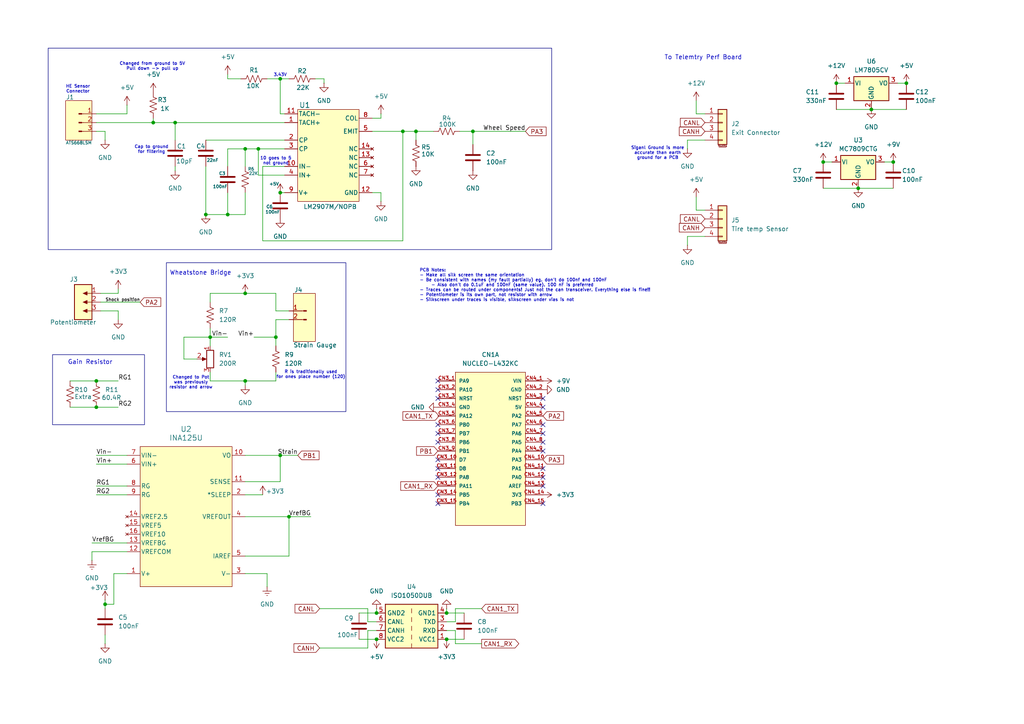
<source format=kicad_sch>
(kicad_sch (version 20231120) (generator "eeschema") (generator_version "8.0")
  (paper "A4")
  (title_block (title "Peripheral Board") (date "2025-02-23") (rev "2.10"))
  (lib_symbols
    (symbol "Conn_01x02_Pin_1" (pin_names (offset 1.016) hide)
      (property "Reference" "J4" (at 3.556 -8.636 0))
      (property "Value" "Strain Gauge" (at 3.81 7.366 0))
      (symbol "Conn_01x02_Pin_1_1_1"
        (polyline (pts (xy 1.27 -2.54) (xy 0.8636 -2.54)) (stroke (width 0.1524)))
        (polyline (pts (xy 1.27 0) (xy 0.8636 0)) (stroke (width 0.1524)))
        (rectangle (start 0.8636 -2.413) (end 0 -2.667) (stroke (width 0.1524)) (fill (type outline)))
        (rectangle (start 0.8636 0.127) (end 0 -0.127) (stroke (width 0.1524)) (fill (type outline)))
        (pin passive line (at 5.08 -2.54 180) (length 3.81) (name "Pin_2") (number "1"))
        (pin passive line (at 5.08 0 180) (length 3.81) (name "Pin_1") (number "2"))
      )
    )
    (symbol "Connector:Conn_01x03_Pin" (pin_names (offset 1.016) hide)
      (property "Reference" "J1" (at -2.54 7.366 0))
      (property "Value" "ATS668LSM" (at 1.27 -6.35 0))
      (symbol "Conn_01x03_Pin_1_1"
        (rectangle (start -3.81 6.35) (end 3.81 -5.08) (stroke (width 0) (color 132 0 0 1)) (fill (type background)))
        (polyline (pts (xy 1.27 -2.54) (xy 0.8636 -2.54)) (stroke (width 0.1524)))
        (polyline (pts (xy 1.27 0) (xy 0.8636 0)) (stroke (width 0.1524)))
        (polyline (pts (xy 1.27 2.54) (xy 0.8636 2.54)) (stroke (width 0.1524)))
        (rectangle (start 0.8636 -2.413) (end 0 -2.667) (stroke (width 0.1524)) (fill (type outline)))
        (rectangle (start 0.8636 0.127) (end 0 -0.127) (stroke (width 0.1524)) (fill (type outline)))
        (rectangle (start 0.8636 2.667) (end 0 2.413) (stroke (width 0.1524)) (fill (type outline)))
        (pin passive line (at 5.08 2.54 180) (length 3.81) (name "Pin_1") (number "1"))
        (pin passive line (at 5.08 0 180) (length 3.81) (name "Pin_2") (number "2"))
        (pin passive line (at 5.08 -2.54 180) (length 3.81) (name "Pin_3") (number "3"))
      )
    )
    (symbol "Connector_Generic_MountingPin:Conn_01x04_MountingPin" (pin_names (offset 1.016) hide)
      (property "Reference" "J2" (at 2.54 -0.3555 0))
      (property "Value" "Conn_01x04_MountingPin" (at 2.54 -2.8955 0))
      (symbol "Conn_01x04_MountingPin_1_1"
        (rectangle (start -1.27 -4.953) (end 0 -5.207) (stroke (width 0.1524)))
        (rectangle (start -1.27 -2.413) (end 0 -2.667) (stroke (width 0.1524)))
        (rectangle (start -1.27 0.127) (end 0 -0.127) (stroke (width 0.1524)))
        (rectangle (start -1.27 2.667) (end 0 2.413) (stroke (width 0.1524)))
        (rectangle (start -1.27 3.81) (end 1.27 -6.35) (stroke (width 0.254)) (fill (type background)))
        (polyline (pts (xy -1.016 -7.112) (xy 1.016 -7.112)) (stroke (width 0.1524)))
        (text "Mounting" (at 0 -6.731 0) (effects (font (size 0.381 0.381))))
        (pin passive line (at -5.08 2.54 0) (length 3.81) (name "Pin_1") (number "1"))
        (pin passive line (at -5.08 0 0) (length 3.81) (name "Pin_2") (number "2"))
        (pin passive line (at -5.08 -2.54 0) (length 3.81) (name "Pin_3") (number "3"))
        (pin passive line (at -5.08 -5.08 0) (length 3.81) (name "Pin_4") (number "4"))
      )
    )
    (symbol "Device:C" (pin_numbers hide) (pin_names (offset 0.254))
      (property "Reference" "C" (at 0.635 2.54 0))
      (property "Value" "C" (at 0.635 -2.54 0))
      (symbol "C_0_1"
        (polyline (pts (xy -2.032 -0.762) (xy 2.032 -0.762)) (stroke (width 0.508)))
        (polyline (pts (xy -2.032 0.762) (xy 2.032 0.762)) (stroke (width 0.508)))
      )
      (symbol "C_1_1"
        (pin passive line (at 0 3.81 270) (length 2.794) (name "~") (number "1"))
        (pin passive line (at 0 -3.81 90) (length 2.794) (name "~") (number "2"))
      )
    )
    (symbol "Device:R_Potentiometer" (pin_names (offset 1.016) hide)
      (property "Reference" "J3" (at -2.794 7.874 0))
      (property "Value" "R_Potentiometer" (at 2.54 -4.572 0))
      (symbol "R_Potentiometer_0_1"
        (polyline (pts (xy -1.27 -1.27) (xy -0.127 -0.762) (xy -0.127 -1.778) (xy -1.27 -1.27)) (fill (type outline)))
        (polyline (pts (xy -1.27 1.27) (xy -0.127 1.778) (xy -0.127 0.762) (xy -1.27 1.27)) (fill (type outline)))
        (polyline (pts (xy -1.27 3.81) (xy -0.127 4.318) (xy -0.127 3.302) (xy -1.27 3.81)) (fill (type outline)))
      )
      (symbol "R_Potentiometer_1_1"
        (rectangle (start -3.81 6.35) (end 1.27 -3.81) (stroke (width 0.254)) (fill (type background)))
        (pin passive line (at 3.81 3.81 180) (length 3.81) (name "1") (number "1"))
        (pin passive line (at 3.81 1.27 180) (length 3.81) (name "2") (number "2"))
        (pin passive line (at 3.81 -1.27 180) (length 3.81) (name "3") (number "3"))
      )
    )
    (symbol "Device:R_US" (pin_numbers hide) (pin_names (offset 0))
      (property "Reference" "R" (at 2.54 0 90))
      (property "Value" "R_US" (at -2.54 0 90))
      (symbol "R_US_0_1"
        (polyline (pts (xy 0 -2.286) (xy 0 -2.54)))
        (polyline (pts (xy 0 2.286) (xy 0 2.54)))
        (polyline (pts (xy 0 -0.762) (xy 1.016 -1.143) (xy 0 -1.524) (xy -1.016 -1.905) (xy 0 -2.286)))
        (polyline (pts (xy 0 0.762) (xy 1.016 0.381) (xy 0 0) (xy -1.016 -0.381) (xy 0 -0.762)))
        (polyline (pts (xy 0 2.286) (xy 1.016 1.905) (xy 0 1.524) (xy -1.016 1.143) (xy 0 0.762)))
      )
      (symbol "R_US_1_1"
        (pin passive line (at 0 3.81 270) (length 1.27) (name "~") (number "1"))
        (pin passive line (at 0 -3.81 90) (length 1.27) (name "~") (number "2"))
      )
    )
    (symbol "FS3_Global_Symbol_Library:NUCLEO-L432KC" (pin_names (offset 1.016))
      (property "Reference" "CN" (at 7.62 18.288 0))
      (property "Value" "NUCLEO-L432KC" (at -7.62 -25.4 0))
      (symbol "NUCLEO-L432KC_1_0"
        (rectangle (start -10.16 17.78) (end 10.16 -26.67) (stroke (width 0.1524)) (fill (type background)))
        (pin bidirectional line (at -15.24 15.24 0) (length 5.08) (name "PA9") (number "CN3_1"))
        (pin bidirectional line (at -15.24 -12.7 0) (length 5.08) (name "PA8") (number "CN3_12"))
        (pin bidirectional line (at -15.24 -15.24 0) (length 5.08) (name "PA11") (number "CN3_13"))
        (pin bidirectional line (at -15.24 -17.78 0) (length 5.08) (name "PB5") (number "CN3_14"))
        (pin bidirectional line (at -15.24 -20.32 0) (length 5.08) (name "PB4") (number "CN3_15"))
        (pin bidirectional line (at -15.24 12.7 0) (length 5.08) (name "PA10") (number "CN3_2"))
        (pin bidirectional line (at -15.24 5.08 0) (length 5.08) (name "PA12") (number "CN3_5"))
        (pin bidirectional line (at -15.24 2.54 0) (length 5.08) (name "PB0") (number "CN3_6"))
        (pin bidirectional line (at -15.24 0 0) (length 5.08) (name "PB7") (number "CN3_7"))
        (pin bidirectional line (at -15.24 -2.54 0) (length 5.08) (name "PB6") (number "CN3_8"))
        (pin bidirectional line (at -15.24 -5.08 0) (length 5.08) (name "PB1") (number "CN3_9"))
      )
      (symbol "NUCLEO-L432KC_1_1"
        (pin bidirectional line (at -15.24 -7.62 0) (length 5.08) (name "D7") (number "CN3_10"))
        (pin bidirectional line (at -15.24 -10.16 0) (length 5.08) (name "D8") (number "CN3_11"))
        (pin bidirectional line (at -15.24 10.16 0) (length 5.08) (name "NRST") (number "CN3_3"))
        (pin power_in line (at -15.24 7.62 0) (length 5.08) (name "GND") (number "CN3_4"))
        (pin power_in line (at 15.24 15.24 180) (length 5.08) (name "VIN") (number "CN4_1"))
        (pin bidirectional line (at 15.24 -7.62 180) (length 5.08) (name "PA3") (number "CN4_10"))
        (pin bidirectional line (at 15.24 -10.16 180) (length 5.08) (name "PA1") (number "CN4_11"))
        (pin bidirectional line (at 15.24 -12.7 180) (length 5.08) (name "PA0") (number "CN4_12"))
        (pin bidirectional line (at 15.24 -15.24 180) (length 5.08) (name "AREF") (number "CN4_13"))
        (pin power_out line (at 15.24 -17.78 180) (length 5.08) (name "3V3") (number "CN4_14"))
        (pin bidirectional line (at 15.24 -20.32 180) (length 5.08) (name "PB3") (number "CN4_15"))
        (pin power_in line (at 15.24 12.7 180) (length 5.08) (name "GND") (number "CN4_2"))
        (pin bidirectional line (at 15.24 10.16 180) (length 5.08) (name "NRST") (number "CN4_3"))
        (pin power_out line (at 15.24 7.62 180) (length 5.08) (name "5V") (number "CN4_4"))
        (pin bidirectional line (at 15.24 5.08 180) (length 5.08) (name "PA2") (number "CN4_5"))
        (pin bidirectional line (at 15.24 2.54 180) (length 5.08) (name "PA7") (number "CN4_6"))
        (pin bidirectional line (at 15.24 0 180) (length 5.08) (name "PA6") (number "CN4_7"))
        (pin bidirectional line (at 15.24 -2.54 180) (length 5.08) (name "PA5") (number "CN4_8"))
        (pin bidirectional line (at 15.24 -5.08 180) (length 5.08) (name "PA4") (number "CN4_9"))
      )
      (symbol "NUCLEO-L432KC_2_0"
        (rectangle (start -10.16 -17.78) (end 10.16 17.78) (stroke (width 0.1524)) (fill (type background)))
        (text "CN4" (at -10.16 18.542 0) (effects (font (size 1.778 1.778)) (justify left bottom)))
        (pin input line (at -15.24 7.62 0) (length 5.08) (name "VIN") (number "CN4_1"))
        (pin bidirectional line (at -15.24 -10.16 0) (length 5.08) (name "PA3") (number "CN4_10"))
        (pin bidirectional line (at -15.24 -5.08 0) (length 5.08) (name "PA1") (number "CN4_11"))
        (pin bidirectional line (at -15.24 -2.54 0) (length 5.08) (name "PA0") (number "CN4_12"))
        (pin bidirectional line (at 15.24 7.62 180) (length 5.08) (name "AREF") (number "CN4_13"))
        (pin power_in line (at 15.24 12.7 180) (length 5.08) (name "+3V3") (number "CN4_14"))
        (pin bidirectional line (at 15.24 2.54 180) (length 5.08) (name "PB3") (number "CN4_15"))
        (pin power_in line (at 15.24 -15.24 180) (length 5.08) (name "GND_CN4") (number "CN4_2"))
        (pin bidirectional line (at -15.24 2.54 0) (length 5.08) (name "NRST_CN4") (number "CN4_3"))
        (pin power_in line (at 15.24 15.24 180) (length 5.08) (name "+5V") (number "CN4_4"))
        (pin bidirectional line (at -15.24 -7.62 0) (length 5.08) (name "PA2") (number "CN4_5"))
        (pin bidirectional line (at 15.24 -10.16 180) (length 5.08) (name "PA7") (number "CN4_6"))
        (pin bidirectional line (at 15.24 -7.62 180) (length 5.08) (name "PA6") (number "CN4_7"))
        (pin bidirectional line (at 15.24 -5.08 180) (length 5.08) (name "PA5") (number "CN4_8"))
        (pin bidirectional line (at 15.24 -2.54 180) (length 5.08) (name "PA4") (number "CN4_9"))
      )
      (symbol "NUCLEO-L432KC_2_1"
        (pin bidirectional line (at 17.78 6.35 180) (length 5.08) (name "PA2") (number "-UB"))
      )
    )
    (symbol "FS_3_Global_Symbol_Library:LM2907M_NOPB" (pin_names (offset 0.254))
      (property "Value" "LM2907M/NOPB" (at 8.636 -5.334 0))
      (symbol "LM2907M_NOPB_1_1"
        (rectangle (start 0 22.86) (end 17.78 -3.81) (fill (type background)))
        (pin input line (at -3.81 19.05 0) (length 3.81) (name "TACH+") (number "1"))
        (pin input line (at -3.81 6.35 0) (length 3.81) (name "IN-") (number "10"))
        (pin input line (at -3.81 21.59 0) (length 3.81) (name "TACH-") (number "11"))
        (pin power_in line (at 21.59 -1.27 180) (length 3.81) (name "GND") (number "12"))
        (pin no_connect line (at 21.59 8.89 180) (length 3.81) (name "NC") (number "13"))
        (pin no_connect line (at 21.59 11.43 180) (length 3.81) (name "NC") (number "14"))
        (pin passive line (at -3.81 13.97 0) (length 3.81) (name "CP") (number "2"))
        (pin passive line (at -3.81 11.43 0) (length 3.81) (name "CP") (number "3"))
        (pin passive line (at -3.81 3.81 0) (length 3.81) (name "IN+") (number "4"))
        (pin passive line (at 21.59 16.51 180) (length 3.81) (name "EMIT") (number "5"))
        (pin no_connect line (at 21.59 6.35 180) (length 3.81) (name "NC") (number "6"))
        (pin no_connect line (at 21.59 3.81 180) (length 3.81) (name "NC") (number "7"))
        (pin passive line (at 21.59 20.32 180) (length 3.81) (name "COL") (number "8"))
        (pin power_in line (at -3.81 -1.27 0) (length 3.81) (name "V+") (number "9"))
      )
    )
    (symbol "Interface_CAN_LIN:ISO1050DUB"
      (property "Reference" "U" (at -6.35 6.35 0))
      (property "Value" "ISO1050DUB" (at 2.54 6.35 0))
      (symbol "ISO1050DUB_0_1"
        (rectangle (start -7.62 5.08) (end 7.62 -7.62) (stroke (width 0.254)) (fill (type background)))
        (polyline (pts (xy 0 -5.08) (xy 0 -6.35)))
        (polyline (pts (xy 0 -2.54) (xy 0 -3.81)))
        (polyline (pts (xy 0 0) (xy 0 -1.27)))
        (polyline (pts (xy 0 2.54) (xy 0 1.27)))
        (polyline (pts (xy 0 5.08) (xy 0 3.81)))
      )
      (symbol "ISO1050DUB_1_1"
        (pin power_in line (at -10.16 2.54 0) (length 2.54) (name "VCC1") (number "1"))
        (pin output line (at -10.16 0 0) (length 2.54) (name "RXD") (number "2"))
        (pin input line (at -10.16 -2.54 0) (length 2.54) (name "TXD") (number "3"))
        (pin power_in line (at -10.16 -5.08 0) (length 2.54) (name "GND1") (number "4"))
        (pin power_in line (at 10.16 -5.08 180) (length 2.54) (name "GND2") (number "5"))
        (pin bidirectional line (at 10.16 -2.54 180) (length 2.54) (name "CANL") (number "6"))
        (pin bidirectional line (at 10.16 0 180) (length 2.54) (name "CANH") (number "7"))
        (pin power_in line (at 10.16 2.54 180) (length 2.54) (name "VCC2") (number "8"))
      )
    )
    (symbol "New_Library:INA125U" (pin_names (offset 0.254))
      (property "Reference" "U1" (at 29.845 10.16 0))
      (property "Value" "INA125U" (at 29.845 7.62 0))
      (symbol "INA125U_1_1"
        (rectangle (start 16.51 5.08) (end 43.18 -35.56) (fill (type background)))
        (pin power_in line (at 12.7 -31.75 0) (length 3.81) (name "V+") (number "1"))
        (pin output line (at 46.99 2.54 180) (length 3.81) (name "VO") (number "10"))
        (pin unspecified line (at 46.99 -5.08 180) (length 3.81) (name "SENSE") (number "11"))
        (pin power_in line (at 12.7 -25.4 0) (length 3.81) (name "VREFCOM") (number "12"))
        (pin power_in line (at 12.7 -22.86 0) (length 3.81) (name "VREFBG") (number "13"))
        (pin no_connect line (at 12.7 -15.24 0) (length 3.81) (name "VREF2.5") (number "14"))
        (pin no_connect line (at 12.7 -17.78 0) (length 3.81) (name "VREF5") (number "15"))
        (pin no_connect line (at 12.7 -20.32 0) (length 3.81) (name "VREF10") (number "16"))
        (pin unspecified line (at 46.99 -8.89 180) (length 3.81) (name "*SLEEP") (number "2"))
        (pin power_in line (at 46.99 -31.75 180) (length 3.81) (name "V-") (number "3"))
        (pin output line (at 46.99 -15.24 180) (length 3.81) (name "VREFOUT") (number "4"))
        (pin unspecified line (at 46.99 -26.67 180) (length 3.81) (name "IAREF") (number "5"))
        (pin input line (at 12.7 0 0) (length 3.81) (name "VIN+") (number "6"))
        (pin input line (at 12.7 2.54 0) (length 3.81) (name "VIN-") (number "7"))
        (pin unspecified line (at 12.7 -6.35 0) (length 3.81) (name "RG") (number "8"))
        (pin unspecified line (at 12.7 -8.89 0) (length 3.81) (name "RG") (number "9"))
      )
    )
    (symbol "R_Potentiometer_1" (pin_names (offset 1.016) hide)
      (property "Reference" "RV" (at -4.445 0 90))
      (property "Value" "R_Potentiometer" (at -2.54 0 90))
      (symbol "R_Potentiometer_1_0_1"
        (polyline (pts (xy 2.54 0) (xy 1.524 0)))
        (polyline (pts (xy 1.143 0) (xy 2.286 0.508) (xy 2.286 -0.508) (xy 1.143 0)) (fill (type outline)))
        (rectangle (start 1.016 2.54) (end -1.016 -2.54) (stroke (width 0.254)))
      )
      (symbol "R_Potentiometer_1_1_1"
        (pin passive line (at 0 3.81 270) (length 1.27) (name "1") (number "1"))
        (pin passive line (at 3.81 0 180) (length 1.27) (name "2") (number "2"))
        (pin passive line (at 0 -3.81 90) (length 1.27) (name "3") (number "3"))
      )
    )
    (symbol "Regulator_Linear:LM7805_TO220" (pin_names (offset 0.254))
      (property "Reference" "U" (at -3.81 3.175 0))
      (property "Value" "LM7805_TO220" (at 0 3.175 0))
      (symbol "LM7805_TO220_0_1"
        (rectangle (start -5.08 1.905) (end 5.08 -5.08) (stroke (width 0.254)) (fill (type background)))
      )
      (symbol "LM7805_TO220_1_1"
        (pin power_in line (at -7.62 0 0) (length 2.54) (name "VI") (number "1"))
        (pin power_in line (at 0 -7.62 90) (length 2.54) (name "GND") (number "2"))
        (pin power_out line (at 7.62 0 180) (length 2.54) (name "VO") (number "3"))
      )
    )
    (symbol "power:+12V" (power) (pin_numbers hide) (pin_names (offset 0) hide)
      (property "Value" "+12V" (at 0 3.556 0))
      (symbol "+12V_0_1"
        (polyline (pts (xy -0.762 1.27) (xy 0 2.54)))
        (polyline (pts (xy 0 0) (xy 0 2.54)))
        (polyline (pts (xy 0 2.54) (xy 0.762 1.27)))
      )
      (symbol "+12V_1_1"
        (pin power_in line (at 0 0 90) (length 0) (name "~") (number "1"))
      )
    )
    (symbol "power:+3V3" (power) (pin_numbers hide) (pin_names (offset 0) hide)
      (property "Value" "+3V3" (at 0 3.556 0))
      (symbol "+3V3_0_1"
        (polyline (pts (xy -0.762 1.27) (xy 0 2.54)))
        (polyline (pts (xy 0 0) (xy 0 2.54)))
        (polyline (pts (xy 0 2.54) (xy 0.762 1.27)))
      )
      (symbol "+3V3_1_1"
        (pin power_in line (at 0 0 90) (length 0) (name "~") (number "1"))
      )
    )
    (symbol "power:+5V" (power) (pin_numbers hide) (pin_names (offset 0) hide)
      (property "Value" "+5V" (at 0 3.556 0))
      (symbol "+5V_0_1"
        (polyline (pts (xy -0.762 1.27) (xy 0 2.54)))
        (polyline (pts (xy 0 0) (xy 0 2.54)))
        (polyline (pts (xy 0 2.54) (xy 0.762 1.27)))
      )
      (symbol "+5V_1_1"
        (pin power_in line (at 0 0 90) (length 0) (name "~") (number "1"))
      )
    )
    (symbol "power:+9V" (power) (pin_numbers hide) (pin_names (offset 0) hide)
      (property "Value" "+9V" (at 0 3.556 0))
      (symbol "+9V_0_1"
        (polyline (pts (xy -0.762 1.27) (xy 0 2.54)))
        (polyline (pts (xy 0 0) (xy 0 2.54)))
        (polyline (pts (xy 0 2.54) (xy 0.762 1.27)))
      )
      (symbol "+9V_1_1"
        (pin power_in line (at 0 0 90) (length 0) (name "~") (number "1"))
      )
    )
    (symbol "power:GND" (power) (pin_numbers hide) (pin_names (offset 0) hide)
      (property "Value" "GND" (at 0 -3.81 0))
      (symbol "GND_0_1"
        (polyline (pts (xy 0 0) (xy 0 -1.27) (xy 1.27 -1.27) (xy 0 -2.54) (xy -1.27 -1.27) (xy 0 -1.27)))
      )
      (symbol "GND_1_1"
        (pin power_in line (at 0 0 270) (length 0) (name "~") (number "1"))
      )
    )
    (symbol "power:GNDREF" (power) (pin_numbers hide) (pin_names (offset 0) hide)
      (property "Value" "GNDREF" (at 0 -3.81 0))
      (symbol "GNDREF_0_1"
        (polyline (pts (xy -0.635 -1.905) (xy 0.635 -1.905)))
        (polyline (pts (xy -0.127 -2.54) (xy 0.127 -2.54)))
        (polyline (pts (xy 0 -1.27) (xy 0 0)))
        (polyline (pts (xy 1.27 -1.27) (xy -1.27 -1.27)))
      )
      (symbol "GNDREF_1_1"
        (pin power_in line (at 0 0 270) (length 0) (name "~") (number "1"))
      )
    )
  )
  (junction (at 109.22 177.8))
  (junction (at 59.69 62.23))
  (junction (at 71.12 43.18))
  (junction (at 80.01 97.79))
  (junction (at 44.45 35.56))
  (junction (at 83.82 149.86))
  (junction (at 137.16 38.1))
  (junction (at 81.28 132.08))
  (junction (at 81.28 55.88))
  (junction (at 129.54 185.42))
  (junction (at 66.04 62.23))
  (junction (at 242.57 24.13))
  (junction (at 262.89 24.13))
  (junction (at 109.22 185.42))
  (junction (at 74.93 43.18))
  (junction (at 116.84 38.1))
  (junction (at 252.73 31.75))
  (junction (at 71.12 85.09))
  (junction (at 81.28 22.86))
  (junction (at 27.94 118.11))
  (junction (at 129.54 177.8))
  (junction (at 27.94 110.49))
  (junction (at 71.12 110.49))
  (junction (at 120.65 38.1))
  (junction (at 50.8 35.56))
  (junction (at 259.08 46.99))
  (junction (at 238.76 46.99))
  (junction (at 60.96 97.79))
  (junction (at 248.92 54.61))
  (junction (at 30.48 175.26))
  (no_connect (at 127 143.51))
  (no_connect (at 157.48 135.89))
  (no_connect (at 127 128.27))
  (no_connect (at 157.48 118.11))
  (no_connect (at 157.48 130.81))
  (no_connect (at 157.48 146.05))
  (no_connect (at 157.48 128.27))
  (no_connect (at 157.48 138.43))
  (no_connect (at 127 113.03))
  (no_connect (at 127 133.35))
  (no_connect (at 157.48 140.97))
  (no_connect (at 127 123.19))
  (no_connect (at 157.48 115.57))
  (no_connect (at 157.48 125.73))
  (no_connect (at 127 146.05))
  (no_connect (at 127 125.73))
  (no_connect (at 127 110.49))
  (no_connect (at 157.48 123.19))
  (no_connect (at 127 135.89))
  (no_connect (at 127 115.57))
  (no_connect (at 127 138.43))
  (wire (pts (xy 204.47 33.02) (xy 201.93 33.02)))
  (wire (pts (xy 60.96 85.09) (xy 60.96 87.63)))
  (wire (pts (xy 132.08 176.53) (xy 139.7 176.53)))
  (wire (pts (xy 36.83 30.48) (xy 36.83 33.02)))
  (wire (pts (xy 71.12 55.88) (xy 71.12 62.23)))
  (wire (pts (xy 33.02 175.26) (xy 30.48 175.26)))
  (wire (pts (xy 36.83 160.02) (xy 26.67 160.02)))
  (wire (pts (xy 20.32 110.49) (xy 27.94 110.49)))
  (wire (pts (xy 20.32 118.11) (xy 27.94 118.11)))
  (wire (pts (xy 81.28 22.86) (xy 81.28 33.02)))
  (wire (pts (xy 242.57 31.75) (xy 252.73 31.75)))
  (wire (pts (xy 129.54 176.53) (xy 129.54 177.8)))
  (wire (pts (xy 66.04 43.18) (xy 66.04 48.26)))
  (wire (pts (xy 260.35 24.13) (xy 262.89 24.13)))
  (wire (pts (xy 69.85 22.86) (xy 66.04 22.86)))
  (wire (pts (xy 80.01 97.79) (xy 80.01 100.33)))
  (wire (pts (xy 71.12 85.09) (xy 60.96 85.09)))
  (wire (pts (xy 137.16 38.1) (xy 133.35 38.1)))
  (wire (pts (xy 83.82 92.71) (xy 80.01 92.71)))
  (wire (pts (xy 60.96 95.25) (xy 60.96 97.79)))
  (wire (pts (xy 116.84 38.1) (xy 120.65 38.1)))
  (wire (pts (xy 82.55 50.8) (xy 74.93 50.8)))
  (wire (pts (xy 27.94 33.02) (xy 36.83 33.02)))
  (wire (pts (xy 27.94 140.97) (xy 36.83 140.97)))
  (wire (pts (xy 83.82 149.86) (xy 83.82 161.29)))
  (wire (pts (xy 120.65 38.1) (xy 120.65 40.64)))
  (wire (pts (xy 26.67 157.48) (xy 36.83 157.48)))
  (wire (pts (xy 109.22 182.88) (xy 106.68 182.88)))
  (wire (pts (xy 110.49 55.88) (xy 107.95 55.88)))
  (wire (pts (xy 76.2 143.51) (xy 71.12 143.51)))
  (wire (pts (xy 110.49 33.02) (xy 110.49 34.29)))
  (wire (pts (xy 27.94 143.51) (xy 36.83 143.51)))
  (wire (pts (xy 66.04 22.86) (xy 66.04 21.59)))
  (wire (pts (xy 34.29 90.17) (xy 34.29 92.71)))
  (wire (pts (xy 120.65 38.1) (xy 125.73 38.1)))
  (wire (pts (xy 71.12 62.23) (xy 66.04 62.23)))
  (wire (pts (xy 82.55 33.02) (xy 81.28 33.02)))
  (wire (pts (xy 204.47 60.96) (xy 201.93 60.96)))
  (wire (pts (xy 29.21 87.63) (xy 40.64 87.63)))
  (wire (pts (xy 30.48 175.26) (xy 30.48 176.53)))
  (wire (pts (xy 71.12 132.08) (xy 81.28 132.08)))
  (wire (pts (xy 66.04 62.23) (xy 59.69 62.23)))
  (wire (pts (xy 83.82 90.17) (xy 80.01 90.17)))
  (wire (pts (xy 137.16 41.91) (xy 137.16 38.1)))
  (wire (pts (xy 204.47 40.64) (xy 199.39 40.64)))
  (wire (pts (xy 77.47 166.37) (xy 71.12 166.37)))
  (wire (pts (xy 104.14 185.42) (xy 109.22 185.42)))
  (wire (pts (xy 248.92 54.61) (xy 259.08 54.61)))
  (wire (pts (xy 71.12 43.18) (xy 74.93 43.18)))
  (wire (pts (xy 116.84 69.85) (xy 116.84 38.1)))
  (wire (pts (xy 201.93 33.02) (xy 201.93 29.21)))
  (wire (pts (xy 81.28 22.86) (xy 83.82 22.86)))
  (wire (pts (xy 60.96 97.79) (xy 53.34 97.79)))
  (wire (pts (xy 129.54 185.42) (xy 134.62 185.42)))
  (wire (pts (xy 199.39 40.64) (xy 199.39 43.18)))
  (wire (pts (xy 106.68 187.96) (xy 92.71 187.96)))
  (wire (pts (xy 77.47 170.18) (xy 77.47 166.37)))
  (wire (pts (xy 36.83 166.37) (xy 33.02 166.37)))
  (wire (pts (xy 81.28 55.88) (xy 82.55 55.88)))
  (wire (pts (xy 59.69 48.26) (xy 59.69 62.23)))
  (wire (pts (xy 93.98 22.86) (xy 93.98 24.13)))
  (wire (pts (xy 53.34 104.14) (xy 57.15 104.14)))
  (wire (pts (xy 71.12 139.7) (xy 81.28 139.7)))
  (wire (pts (xy 242.57 24.13) (xy 245.11 24.13)))
  (wire (pts (xy 252.73 31.75) (xy 262.89 31.75)))
  (wire (pts (xy 73.66 97.79) (xy 80.01 97.79)))
  (wire (pts (xy 81.28 139.7) (xy 81.28 132.08)))
  (wire (pts (xy 256.54 46.99) (xy 259.08 46.99)))
  (wire (pts (xy 106.68 176.53) (xy 92.71 176.53)))
  (wire (pts (xy 110.49 58.42) (xy 110.49 55.88)))
  (wire (pts (xy 60.96 110.49) (xy 71.12 110.49)))
  (wire (pts (xy 60.96 97.79) (xy 60.96 100.33)))
  (wire (pts (xy 30.48 38.1) (xy 30.48 40.64)))
  (wire (pts (xy 76.2 69.85) (xy 116.84 69.85)))
  (wire (pts (xy 50.8 35.56) (xy 50.8 40.64)))
  (wire (pts (xy 44.45 34.29) (xy 44.45 35.56)))
  (wire (pts (xy 90.17 149.86) (xy 83.82 149.86)))
  (wire (pts (xy 34.29 83.82) (xy 34.29 85.09)))
  (wire (pts (xy 199.39 68.58) (xy 199.39 71.12)))
  (wire (pts (xy 132.08 186.69) (xy 139.7 186.69)))
  (wire (pts (xy 238.76 54.61) (xy 248.92 54.61)))
  (wire (pts (xy 129.54 180.34) (xy 132.08 180.34)))
  (wire (pts (xy 71.12 110.49) (xy 71.12 111.76)))
  (wire (pts (xy 26.67 160.02) (xy 26.67 162.56)))
  (wire (pts (xy 238.76 46.99) (xy 241.3 46.99)))
  (wire (pts (xy 34.29 85.09) (xy 29.21 85.09)))
  (wire (pts (xy 27.94 35.56) (xy 44.45 35.56)))
  (wire (pts (xy 50.8 48.26) (xy 50.8 49.53)))
  (wire (pts (xy 129.54 182.88) (xy 132.08 182.88)))
  (wire (pts (xy 107.95 38.1) (xy 116.84 38.1)))
  (wire (pts (xy 204.47 68.58) (xy 199.39 68.58)))
  (wire (pts (xy 132.08 182.88) (xy 132.08 186.69)))
  (wire (pts (xy 27.94 110.49) (xy 34.29 110.49)))
  (wire (pts (xy 104.14 177.8) (xy 109.22 177.8)))
  (wire (pts (xy 66.04 97.79) (xy 60.96 97.79)))
  (wire (pts (xy 27.94 38.1) (xy 30.48 38.1)))
  (wire (pts (xy 71.12 43.18) (xy 71.12 48.26)))
  (wire (pts (xy 109.22 180.34) (xy 106.68 180.34)))
  (wire (pts (xy 83.82 161.29) (xy 71.12 161.29)))
  (wire (pts (xy 80.01 85.09) (xy 71.12 85.09)))
  (wire (pts (xy 29.21 90.17) (xy 34.29 90.17)))
  (wire (pts (xy 91.44 22.86) (xy 93.98 22.86)))
  (wire (pts (xy 66.04 55.88) (xy 66.04 62.23)))
  (wire (pts (xy 106.68 180.34) (xy 106.68 176.53)))
  (wire (pts (xy 76.2 48.26) (xy 76.2 69.85)))
  (wire (pts (xy 59.69 40.64) (xy 82.55 40.64)))
  (wire (pts (xy 74.93 43.18) (xy 74.93 50.8)))
  (wire (pts (xy 27.94 134.62) (xy 36.83 134.62)))
  (wire (pts (xy 27.94 118.11) (xy 34.29 118.11)))
  (wire (pts (xy 80.01 92.71) (xy 80.01 97.79)))
  (wire (pts (xy 71.12 149.86) (xy 83.82 149.86)))
  (wire (pts (xy 81.28 132.08) (xy 86.36 132.08)))
  (wire (pts (xy 60.96 107.95) (xy 60.96 110.49)))
  (wire (pts (xy 77.47 22.86) (xy 81.28 22.86)))
  (wire (pts (xy 129.54 177.8) (xy 134.62 177.8)))
  (wire (pts (xy 50.8 35.56) (xy 82.55 35.56)))
  (wire (pts (xy 137.16 38.1) (xy 152.4 38.1)))
  (wire (pts (xy 53.34 97.79) (xy 53.34 104.14)))
  (wire (pts (xy 132.08 180.34) (xy 132.08 176.53)))
  (wire (pts (xy 110.49 34.29) (xy 107.95 34.29)))
  (wire (pts (xy 74.93 43.18) (xy 82.55 43.18)))
  (wire (pts (xy 33.02 166.37) (xy 33.02 175.26)))
  (wire (pts (xy 109.22 176.53) (xy 109.22 177.8)))
  (wire (pts (xy 71.12 110.49) (xy 80.01 110.49)) (stroke (width 0) (color 0 132 0 1)))
  (wire (pts (xy 30.48 173.99) (xy 30.48 175.26)))
  (wire (pts (xy 27.94 132.08) (xy 36.83 132.08)))
  (wire (pts (xy 106.68 182.88) (xy 106.68 187.96)))
  (wire (pts (xy 80.01 90.17) (xy 80.01 85.09)))
  (wire (pts (xy 80.01 107.95) (xy 80.01 110.49)))
  (wire (pts (xy 44.45 35.56) (xy 50.8 35.56)))
  (wire (pts (xy 71.12 43.18) (xy 66.04 43.18)))
  (wire (pts (xy 30.48 184.15) (xy 30.48 186.69)))
  (wire (pts (xy 82.55 48.26) (xy 76.2 48.26)))
  (wire (pts (xy 201.93 60.96) (xy 201.93 57.15)))
  (rectangle (start 85.09 85.09) (end 91.44 99.06) (stroke (width 0) (color 132 0 0 1)) (fill (type color) (color 255 255 194 1)))
  (rectangle (start 15.24 102.87) (end 41.91 123.19) (stroke (width 0) (color 0 0 132 1)))
  (rectangle (start 48.26 76.2) (end 100.33 119.38) (stroke (width 0) (color 0 0 132 1)))
  (rectangle (start 13.97 13.97) (end 160.02 72.39) (stroke (width 0) (color 0 0 132 1)))
  (text "" (at 23.114 45.212 0) (effects (font (size 0.889 0.889))))
  (text "Cap to ground\nfor filtering" (at 43.942 43.434 0) (effects (font (size 0.889 0.889))))
  (text "HE Sensor\nConnector" (at 22.606 25.908 0) (effects (font (size 0.889 0.889))))
  (text "To Telemtry Perf Board\n" (at 203.962 16.764 0) (effects (font (size 1.27 1.27))))
  (text "Gain Resistor\n" (at 26.162 105.156 0) (effects (font (size 1.27 1.27))))
  (text "Changed to Pot\nwas previously\nresistor and arrow" (at 55.372 110.998 0) (effects (font (size 0.889 0.889))))
  (text "" (at 88.392 30.48 0) (effects (font (size 1.27 1.27))))
  (text "PCB Notes:\n- Make all silk screen the same orientation\n- Be consistent with names (my fault partially) eg. don't do 100nf and 100nF\n	- Also don't do 0.1uF and 100nF (same value). 100 nF is preferred\n- Traces can be routed under components! Just not the can transceiver. Everything else is fine!!\n- Potentiometer is its own part, not resistor with arrow\n- Silkscreen under traces is visible, silkscreen under vias is not\n" (at 121.666 82.804 0) (effects (font (size 0.889 0.889)) (justify left)))
  (text "Changed from ground to 5V\nPull down -> pull up" (at 44.196 19.304 0) (effects (font (size 0.889 0.889))))
  (text "10 goes to 5\nnot ground" (at 80.01 46.736 0) (effects (font (size 0.889 0.889))))
  (text "R is traditionally used\nfor ones place number (120)" (at 90.17 108.712 0) (effects (font (size 0.889 0.889))))
  (text "Siganl Ground is more\naccurate than earth\nground for a PCB" (at 190.754 44.45 0) (effects (font (size 0.889 0.889))))
  (text "Wheatstone Bridge\n" (at 58.166 79.248 0) (effects (font (size 1.27 1.27))))
  (text "3.43V" (at 81.28 21.844 0) (effects (font (size 0.889 0.889))))
  (label "Vin-" (at 66.04 97.79 180))
  (label "RG2" (at 27.94 143.51 0))
  (label "Shock position" (at 40.64 87.63 180) (effects (font (size 0.889 0.889))))
  (label "VrefBG" (at 26.67 157.48 0))
  (label "Vin+" (at 27.94 134.62 0))
  (label "Vin-" (at 27.94 132.08 0))
  (label "VrefBG" (at 90.17 149.86 180))
  (label "Strain" (at 86.36 132.08 180))
  (label "Wheel Speed" (at 152.4 38.1 180))
  (label "RG2" (at 34.29 118.11 0))
  (label "Vin+" (at 73.66 97.79 180))
  (label "RG1" (at 34.29 110.49 0))
  (label "RG1" (at 27.94 140.97 0))
  (global_label "CANL" (shape input) (at 204.47 35.56 180) (property "Intersheetrefs" "${INTERSHEET_REFS}" (effects (hide yes))))
  (global_label "CANH" (shape input) (at 92.71 187.96 180) (property "Intersheetrefs" "${INTERSHEET_REFS}" (effects (hide yes))))
  (global_label "PA2" (shape input) (at 40.64 87.63 0) (property "Intersheetrefs" "${INTERSHEET_REFS}" (effects (hide yes))))
  (global_label "CAN1_TX" (shape output) (at 116.84 120.65 0) (property "Intersheetrefs" "${INTERSHEET_REFS}" (effects (hide yes))))
  (global_label "CANH" (shape input) (at 204.47 66.04 180) (property "Intersheetrefs" "${INTERSHEET_REFS}" (effects (hide yes))))
  (global_label "CANL" (shape input) (at 92.71 176.53 180) (property "Intersheetrefs" "${INTERSHEET_REFS}" (effects (hide yes))))
  (global_label "PA3" (shape input) (at 157.48 133.35 0) (property "Intersheetrefs" "${INTERSHEET_REFS}" (effects (hide yes))))
  (global_label "CAN1_TX" (shape input) (at 139.7 176.53 0) (property "Intersheetrefs" "${INTERSHEET_REFS}" (effects (hide yes))))
  (global_label "CAN1_RX" (shape output) (at 139.7 186.69 0) (property "Intersheetrefs" "${INTERSHEET_REFS}" (effects (hide yes))))
  (global_label "PB1" (shape input) (at 127 130.81 180) (property "Intersheetrefs" "${INTERSHEET_REFS}" (effects (hide yes))))
  (global_label "PB1" (shape input) (at 86.36 132.08 0) (property "Intersheetrefs" "${INTERSHEET_REFS}" (effects (hide yes))))
  (global_label "PA2" (shape input) (at 157.48 120.65 0) (property "Intersheetrefs" "${INTERSHEET_REFS}" (effects (hide yes))))
  (global_label "PA3" (shape input) (at 152.4 38.1 0) (property "Intersheetrefs" "${INTERSHEET_REFS}" (effects (hide yes))))
  (global_label "CANL" (shape input) (at 204.47 63.5 180) (property "Intersheetrefs" "${INTERSHEET_REFS}" (effects (hide yes))))
  (global_label "CAN1_RX" (shape input) (at 127 140.97 180) (property "Intersheetrefs" "${INTERSHEET_REFS}" (effects (hide yes))))
  (global_label "CANH" (shape input) (at 204.47 38.1 180) (property "Intersheetrefs" "${INTERSHEET_REFS}" (effects (hide yes))))
  (symbol (lib_id "power:+5V") (at 110.49 33.02 0) (unit 1)
    (property "Reference" "#PWR05" (effects (hide yes)))
    (property "Value" "+5V" (at 110.49 27.94 0))
    (property "Description" "Power symbol creates a global label with name \"+5V\"" (effects (hide yes)))
  )
  (symbol (lib_id "power:+3V3") (at 71.12 85.09 0) (unit 1)
    (property "Reference" "#PWR016" (effects (hide yes)))
    (property "Value" "+3V3" (at 71.12 80.01 0))
    (property "Description" "Power symbol creates a global label with name \"+3V3\"" (effects (hide yes)))
  )
  (symbol (lib_id "Device:R_US") (at 87.63 22.86 90) (unit 1)
    (property "Reference" "R2" (at 87.63 20.574 90))
    (property "Value" "10K" (at 73.406 24.892 90))
    (property "Footprint" "Resistor_SMD:R_0805_2012Metric_Pad1.20x1.40mm_HandSolder" (effects (hide yes)))
    (property "Description" "Resistor, US symbol" (effects (hide yes)))
  )
  (symbol (lib_id "power:GND") (at 129.54 176.53 180) (unit 1)
    (property "Reference" "#PWR029" (effects (hide yes)))
    (property "Value" "GND" (at 129.54 171.45 0))
    (property "Description" "Power symbol creates a global label with name \"GND\" , ground" (effects (hide yes)))
  )
  (symbol (lib_id "power:GND") (at 30.48 186.69 0) (unit 1)
    (property "Reference" "#PWR020" (effects (hide yes)))
    (property "Value" "GND" (at 30.48 191.77 0))
    (property "Description" "Power symbol creates a global label with name \"GND\" , ground" (effects (hide yes)))
  )
  (symbol (lib_id "Device:C") (at 66.04 52.07 0) (unit 1)
    (property "Reference" "C3" (at 63.5 50.292 0) (effects (font (size 0.889 0.889)) (justify left)))
    (property "Value" "100nF" (at 61.722 54.102 0) (effects (font (size 0.889 0.889)) (justify left)))
    (property "Footprint" "Capacitor_SMD:C_0805_2012Metric_Pad1.18x1.45mm_HandSolder" (effects (hide yes)))
    (property "Description" "Unpolarized capacitor" (effects (hide yes)))
  )
  (symbol (lib_id "Device:R_US") (at 71.12 52.07 0) (unit 1)
    (property "Reference" "R6" (at 71.882 49.022 0) (effects (font (size 0.889 0.889)) (justify left)))
    (property "Value" "22K" (at 72.136 50.292 0) (effects (font (size 0.889 0.889)) (justify left)))
    (property "Footprint" "Resistor_SMD:R_0805_2012Metric_Pad1.20x1.40mm_HandSolder" (effects (hide yes)))
    (property "Description" "Resistor, US symbol" (effects (hide yes)))
  )
  (symbol (lib_id "power:+5V") (at 262.89 24.13 0) (unit 1)
    (property "Reference" "#PWR038" (effects (hide yes)))
    (property "Value" "+5V" (at 262.89 19.05 0))
  )
  (symbol (lib_id "Device:C") (at 238.76 50.8 0) (unit 1)
    (property "Reference" "C7" (at 229.87 49.53 0) (effects (justify left)))
    (property "Value" "330nF" (at 229.87 52.07 0) (effects (justify left)))
    (property "Footprint" "Capacitor_SMD:C_0805_2012Metric_Pad1.18x1.45mm_HandSolder" (effects (hide yes)))
    (property "Datasheet" "https://mm.digikey.com/Volume0/opasdata/d220001/medias/docus/4262/0805B334K250CC.pdf" (effects (hide yes)))
  )
  (symbol (lib_id "Device:C") (at 50.8 44.45 0) (unit 1)
    (property "Reference" "C1" (at 51.308 42.418 0) (effects (justify left)))
    (property "Value" "10pF" (at 51.054 46.736 0) (effects (justify left)))
    (property "Footprint" "Capacitor_SMD:C_0805_2012Metric_Pad1.18x1.45mm_HandSolder" (effects (hide yes)))
    (property "Description" "Unpolarized capacitor" (effects (hide yes)))
  )
  (symbol (lib_id "power:+3V3") (at 129.54 185.42 180) (unit 1)
    (property "Reference" "#PWR031" (effects (hide yes)))
    (property "Value" "+3V3" (at 129.54 190.5 0))
    (property "Description" "Power symbol creates a global label with name \"+3V3\"" (effects (hide yes)))
  )
  (symbol (lib_id "power:+3V3") (at 30.48 173.99 0) (unit 1)
    (property "Reference" "#PWR019" (effects (hide yes)))
    (property "Value" "+3V3" (at 28.702 170.434 0))
    (property "Description" "Power symbol creates a global label with name \"+3V3\"" (effects (hide yes)))
  )
  (symbol (lib_id "power:GND") (at 252.73 31.75 0) (unit 1)
    (property "Reference" "#PWR037" (effects (hide yes)))
    (property "Value" "GND" (at 252.73 36.83 0))
  )
  (symbol (lib_id "Device:R_US") (at 80.01 104.14 0) (unit 1)
    (property "Reference" "R9" (at 82.55 102.8699 0) (effects (justify left)))
    (property "Value" "120R" (at 82.55 105.4099 0) (effects (justify left)))
    (property "Footprint" "Resistor_SMD:R_0805_2012Metric_Pad1.20x1.40mm_HandSolder" (effects (hide yes)))
    (property "Description" "Resistor, US symbol" (effects (hide yes)))
  )
  (symbol (lib_id "Device:C") (at 134.62 181.61 0) (unit 1)
    (property "Reference" "C8" (at 138.43 180.3399 0) (effects (justify left)))
    (property "Value" "100nF" (at 138.43 182.8799 0) (effects (justify left)))
    (property "Footprint" "Capacitor_SMD:C_0805_2012Metric_Pad1.18x1.45mm_HandSolder" (effects (hide yes)))
    (property "Description" "Unpolarized capacitor" (effects (hide yes)))
  )
  (symbol (lib_id "FS3_Global_Symbol_Library:NUCLEO-L432KC") (at 142.24 125.73 0) (unit 1)
    (property "Reference" "CN1" (at 142.24 102.87 0))
    (property "Value" "NUCLEO-L432KC" (at 142.24 105.41 0))
    (property "Footprint" "FS_3_Global_Footprint_Library:NUCLEO-L432KC" (effects (hide yes)))
    (property "Description" "STM32 Microcontroller" (effects (hide yes)))
    (property "PARTREV" "N/A" (effects (hide yes)))
    (property "STANDARD" "Manufacturer Recommendations" (effects (hide yes)))
    (property "MAXIMUM_PACKAGE_HEIGHT" "N/A" (effects (hide yes)))
    (property "MANUFACTURER" "ST Microelectronics" (effects (hide yes)))
  )
  (symbol (lib_id "power:+5V") (at 81.28 55.88 0) (unit 1)
    (property "Reference" "#PWR08" (effects (hide yes)))
    (property "Value" "+5V" (at 79.502 53.34 0) (effects (font (size 0.889 0.889))))
    (property "Description" "Power symbol creates a global label with name \"+5V\"" (effects (hide yes)))
  )
  (symbol (lib_id "Device:R_US") (at 44.45 30.48 0) (unit 1)
    (property "Reference" "R3" (at 45.72 28.956 0) (effects (justify left)))
    (property "Value" "1K" (at 46.482 31.496 0) (effects (justify left)))
    (property "Footprint" "Resistor_SMD:R_0805_2012Metric_Pad1.20x1.40mm_HandSolder" (effects (hide yes)))
    (property "Description" "Resistor, US symbol" (effects (hide yes)))
  )
  (symbol (lib_id "power:+5V") (at 259.08 46.99 0) (unit 1)
    (property "Reference" "#PWR033" (effects (hide yes)))
    (property "Value" "+9V" (at 259.08 41.91 0))
  )
  (symbol (lib_id "power:+3V3") (at 76.2 143.51 0) (unit 1)
    (property "Reference" "#PWR021" (effects (hide yes)))
    (property "Value" "+3V3" (at 79.756 142.494 0))
    (property "Description" "Power symbol creates a global label with name \"+3V3\"" (effects (hide yes)))
  )
  (symbol (lib_id "Device:C") (at 59.69 44.45 0) (unit 1)
    (property "Reference" "C4" (at 56.896 42.418 0) (effects (justify left)))
    (property "Value" "22nF" (at 59.944 46.482 0) (effects (font (size 0.889 0.889)) (justify left)))
    (property "Footprint" "Capacitor_SMD:C_0805_2012Metric_Pad1.18x1.45mm_HandSolder" (effects (hide yes)))
    (property "Description" "Unpolarized capacitor" (effects (hide yes)))
  )
  (symbol (lib_id "Device:C") (at 242.57 27.94 0) (unit 1)
    (property "Reference" "C11" (at 233.68 26.67 0) (effects (justify left)))
    (property "Value" "330nF" (at 233.68 29.21 0) (effects (justify left)))
    (property "Footprint" "Capacitor_SMD:C_0805_2012Metric_Pad1.18x1.45mm_HandSolder" (effects (hide yes)))
    (property "Datasheet" "https://mm.digikey.com/Volume0/opasdata/d220001/medias/docus/4262/0805B334K250CC.pdf" (effects (hide yes)))
  )
  (symbol (lib_id "power:GND") (at 50.8 49.53 0) (unit 1)
    (property "Reference" "#PWR046" (effects (hide yes)))
    (property "Value" "GND" (at 50.8 54.61 0))
    (property "Description" "Power symbol creates a global label with name \"GND\" , ground" (effects (hide yes)))
  )
  (symbol (lib_id "New_Library:INA125U") (at 24.13 134.62 0) (unit 1)
    (property "Reference" "U2" (at 53.975 124.46 0) (effects (font (size 1.524 1.524))))
    (property "Value" "INA125U" (at 53.975 127 0) (effects (font (size 1.524 1.524))))
    (property "Footprint" "FS_3_Global_Footprint_Library:D16" (effects (hide yes)))
  )
  (symbol (lib_id "Device:R_US") (at 129.54 38.1 90) (unit 1)
    (property "Reference" "R4" (at 129.54 34.29 90))
    (property "Value" "100K" (at 129.794 36.068 90))
    (property "Footprint" "Resistor_SMD:R_0805_2012Metric_Pad1.20x1.40mm_HandSolder" (effects (hide yes)))
    (property "Description" "Resistor, US symbol" (effects (hide yes)))
  )
  (symbol (lib_name "Conn_01x02_Pin_1") (lib_id "Connector:Conn_01x02_Pin") (at 88.9 92.71 180) (unit 1)
    (property "Reference" "J4" (at 85.344 84.074 0) (effects (justify right)))
    (property "Value" "Strain Gauge" (at 85.09 100.076 0) (effects (justify right)))
    (property "Footprint" "Molex Nanofit:Molex_Nano-Fit_105309-xx02_1x02_P2.50mm_Vertical" (effects (hide yes)))
    (property "Description" "Generic connector, single row, 01x02, script generated" (effects (hide yes)))
  )
  (symbol (lib_id "power:+12V") (at 201.93 29.21 0) (unit 1)
    (property "Reference" "#PWR013" (effects (hide yes)))
    (property "Value" "+12V" (at 201.93 24.13 0))
    (property "Description" "Power symbol creates a global label with name \"+12V\"" (effects (hide yes)))
  )
  (symbol (lib_id "power:GND") (at 30.48 40.64 0) (unit 1)
    (property "Reference" "#PWR023" (effects (hide yes)))
    (property "Value" "GND" (at 30.48 45.72 0))
    (property "Description" "Power symbol creates a global label with name \"GND\" , ground" (effects (hide yes)))
  )
  (symbol (lib_id "Device:R_US") (at 120.65 44.45 0) (unit 1)
    (property "Reference" "R5" (at 122.174 42.672 0) (effects (justify left)))
    (property "Value" "10K" (at 122.174 44.704 0) (effects (justify left)))
    (property "Footprint" "Resistor_SMD:R_0805_2012Metric_Pad1.20x1.40mm_HandSolder" (effects (hide yes)))
    (property "Description" "Resistor, US symbol" (effects (hide yes)))
  )
  (symbol (lib_id "power:GND") (at 127 118.11 270) (unit 1)
    (property "Reference" "#PWR034" (effects (hide yes)))
    (property "Value" "GND" (at 123.19 118.1099 90) (effects (justify right)))
    (property "Description" "Power symbol creates a global label with name \"GND\" , ground" (effects (hide yes)))
  )
  (symbol (lib_id "power:+5V") (at 109.22 185.42 180) (unit 1)
    (property "Reference" "#PWR030" (effects (hide yes)))
    (property "Value" "+5V" (at 109.22 190.5 0))
    (property "Description" "Power symbol creates a global label with name \"+5V\"" (effects (hide yes)))
  )
  (symbol (lib_id "power:+9V") (at 157.48 110.49 270) (unit 1)
    (property "Reference" "#PWR024" (effects (hide yes)))
    (property "Value" "+9V" (at 161.29 110.4899 90) (effects (justify left)))
    (property "Description" "Power symbol creates a global label with name \"+9V\"" (effects (hide yes)))
  )
  (symbol (lib_id "power:GND") (at 81.28 63.5 0) (unit 1)
    (property "Reference" "#PWR09" (effects (hide yes)))
    (property "Value" "GND" (at 81.28 68.58 0))
    (property "Description" "Power symbol creates a global label with name \"GND\" , ground" (effects (hide yes)))
  )
  (symbol (lib_id "power:GND") (at 137.16 49.53 0) (unit 1)
    (property "Reference" "#PWR07" (effects (hide yes)))
    (property "Value" "GND" (at 137.16 54.61 0))
    (property "Description" "Power symbol creates a global label with name \"GND\" , ground" (effects (hide yes)))
  )
  (symbol (lib_id "Device:R_US") (at 73.66 22.86 270) (unit 1)
    (property "Reference" "R1" (at 73.66 20.32 90))
    (property "Value" "22K" (at 87.884 25.4 90))
    (property "Footprint" "Resistor_SMD:R_0805_2012Metric_Pad1.20x1.40mm_HandSolder" (effects (hide yes)))
    (property "Description" "Resistor, US symbol" (effects (hide yes)))
  )
  (symbol (lib_id "power:GND") (at 59.69 62.23 0) (unit 1)
    (property "Reference" "#PWR047" (effects (hide yes)))
    (property "Value" "GND" (at 59.69 67.31 0))
    (property "Description" "Power symbol creates a global label with name \"GND\" , ground" (effects (hide yes)))
  )
  (symbol (lib_id "Device:C") (at 259.08 50.8 0) (unit 1)
    (property "Reference" "C10" (at 261.62 49.53 0) (effects (justify left)))
    (property "Value" "100nF" (at 261.62 52.07 0) (effects (justify left)))
    (property "Footprint" "Capacitor_SMD:C_0805_2012Metric_Pad1.18x1.45mm_HandSolder" (effects (hide yes)))
    (property "Datasheet" "https://mm.digikey.com/Volume0/opasdata/d220001/medias/docus/4005/0805B104K101CC.pdf" (effects (hide yes)))
  )
  (symbol (lib_id "power:+5V") (at 44.45 26.67 0) (unit 1)
    (property "Reference" "#PWR02" (effects (hide yes)))
    (property "Value" "+5V" (at 44.45 21.59 0))
    (property "Description" "Power symbol creates a global label with name \"+5V\"" (effects (hide yes)))
  )
  (symbol (lib_id "power:+5V") (at 36.83 30.48 0) (unit 1)
    (property "Reference" "#PWR01" (effects (hide yes)))
    (property "Value" "+5V" (at 36.83 25.4 0))
    (property "Description" "Power symbol creates a global label with name \"+5V\"" (effects (hide yes)))
  )
  (symbol (lib_id "Device:C") (at 81.28 59.69 0) (unit 1)
    (property "Reference" "C6" (at 77.216 59.944 0) (effects (font (size 0.889 0.889)) (justify left)))
    (property "Value" "100nF" (at 76.962 61.468 0) (effects (font (size 0.889 0.889)) (justify left)))
    (property "Footprint" "Capacitor_SMD:C_0805_2012Metric_Pad1.18x1.45mm_HandSolder" (effects (hide yes)))
    (property "Description" "Unpolarized capacitor" (effects (hide yes)))
  )
  (symbol (lib_id "power:GND") (at 93.98 24.13 0) (unit 1)
    (property "Reference" "#PWR04" (effects (hide yes)))
    (property "Value" "GND" (at 93.98 29.21 0))
    (property "Description" "Power symbol creates a global label with name \"GND\" , ground" (effects (hide yes)))
  )
  (symbol (lib_id "FS_3_Global_Symbol_Library:LM2907M_NOPB") (at 86.36 54.61 0) (unit 1)
    (property "Reference" "U1" (at 88.392 30.48 0) (effects (font (size 1.524 1.524))))
    (property "Value" "LM2907M/NOPB" (at 95.758 59.944 0))
    (property "Footprint" "FS_3_Global_Footprint_Library:M14A_TEX" (effects (hide yes)))
  )
  (symbol (lib_id "power:+3V3") (at 34.29 83.82 0) (unit 1)
    (property "Reference" "#PWR011" (effects (hide yes)))
    (property "Value" "+3V3" (at 34.29 78.74 0))
    (property "Description" "Power symbol creates a global label with name \"+3V3\"" (effects (hide yes)))
  )
  (symbol (lib_id "Regulator_Linear:LM7805_TO220") (at 248.92 46.99 0) (unit 1)
    (property "Reference" "U3" (at 248.92 40.64 0))
    (property "Value" "MC7809CTG" (at 248.92 43.18 0))
    (property "Footprint" "Package_TO_SOT_THT:TO-220-3_Vertical" (effects (hide yes)))
    (property "Datasheet" "https://www.onsemi.cn/PowerSolutions/document/MC7800-D.PDF" (effects (hide yes)))
  )
  (symbol (lib_id "power:GND") (at 34.29 92.71 0) (unit 1)
    (property "Reference" "#PWR012" (effects (hide yes)))
    (property "Value" "GND" (at 34.29 97.79 0))
    (property "Description" "Power symbol creates a global label with name \"GND\" , ground" (effects (hide yes)))
  )
  (symbol (lib_id "power:GNDREF") (at 26.67 162.56 0) (unit 1)
    (property "Reference" "#PWR018" (effects (hide yes)))
    (property "Value" "GND" (at 26.67 167.64 0))
    (property "Description" "Power symbol creates a global label with name \"GNDREF\" , reference supply ground" (effects (hide yes)))
  )
  (symbol (lib_id "power:GND") (at 109.22 176.53 180) (unit 1)
    (property "Reference" "#PWR028" (effects (hide yes)))
    (property "Value" "GND" (at 109.22 171.45 0))
    (property "Description" "Power symbol creates a global label with name \"GND\" , ground" (effects (hide yes)))
  )
  (symbol (lib_id "power:GNDREF") (at 77.47 170.18 0) (unit 1)
    (property "Reference" "#PWR022" (effects (hide yes)))
    (property "Value" "GND" (at 77.47 175.26 0))
    (property "Description" "Power symbol creates a global label with name \"GNDREF\" , reference supply ground" (effects (hide yes)))
  )
  (symbol (lib_id "Device:R_US") (at 60.96 91.44 0) (unit 1)
    (property "Reference" "R7" (at 63.5 90.1699 0) (effects (justify left)))
    (property "Value" "120R" (at 63.5 92.7099 0) (effects (justify left)))
    (property "Footprint" "Resistor_SMD:R_0805_2012Metric_Pad1.20x1.40mm_HandSolder" (effects (hide yes)))
    (property "Description" "Resistor, US symbol" (effects (hide yes)))
  )
  (symbol (lib_id "power:+12V") (at 238.76 46.99 0) (unit 1)
    (property "Reference" "#PWR026" (effects (hide yes)))
    (property "Value" "+12V" (at 238.76 41.91 0))
  )
  (symbol (lib_id "power:GND") (at 199.39 71.12 0) (unit 1)
    (property "Reference" "#PWR014" (effects (hide yes)))
    (property "Value" "GND" (at 199.39 76.2 0))
    (property "Description" "Power symbol creates a global label with name \"GND\" , ground" (effects (hide yes)))
  )
  (symbol (lib_id "Device:C") (at 262.89 27.94 0) (unit 1)
    (property "Reference" "C12" (at 265.43 26.67 0) (effects (justify left)))
    (property "Value" "100nF" (at 265.43 29.21 0) (effects (justify left)))
    (property "Footprint" "Capacitor_SMD:C_0805_2012Metric_Pad1.18x1.45mm_HandSolder" (effects (hide yes)))
    (property "Datasheet" "https://mm.digikey.com/Volume0/opasdata/d220001/medias/docus/4005/0805B104K101CC.pdf" (effects (hide yes)))
  )
  (symbol (lib_id "Device:C") (at 30.48 180.34 0) (unit 1)
    (property "Reference" "C5" (at 34.29 179.0699 0) (effects (justify left)))
    (property "Value" "100nF" (at 34.29 181.6099 0) (effects (justify left)))
    (property "Footprint" "Capacitor_SMD:C_0805_2012Metric_Pad1.18x1.45mm_HandSolder" (effects (hide yes)))
    (property "Description" "Unpolarized capacitor" (effects (hide yes)))
  )
  (symbol (lib_id "Device:R_US") (at 27.94 114.3 0) (unit 1)
    (property "Reference" "R11" (at 30.48 113.0299 0) (effects (justify left)))
    (property "Value" "60.4R" (at 29.464 115.316 0) (effects (justify left)))
    (property "Footprint" "Resistor_SMD:R_0805_2012Metric_Pad1.20x1.40mm_HandSolder" (effects (hide yes)))
    (property "Description" "Resistor, US symbol" (effects (hide yes)))
  )
  (symbol (lib_id "Regulator_Linear:LM7805_TO220") (at 252.73 24.13 0) (unit 1)
    (property "Reference" "U6" (at 252.73 17.78 0))
    (property "Value" "LM7805CV" (at 252.73 20.32 0))
    (property "Footprint" "Package_TO_SOT_THT:TO-220-3_Vertical" (effects (hide yes)))
    (property "Datasheet" "https://www.onsemi.cn/PowerSolutions/document/MC7800-D.PDF" (effects (hide yes)))
  )
  (symbol (lib_id "power:GND") (at 110.49 58.42 0) (unit 1)
    (property "Reference" "#PWR010" (effects (hide yes)))
    (property "Value" "GND" (at 110.49 63.5 0))
    (property "Description" "Power symbol creates a global label with name \"GND\" , ground" (effects (hide yes)))
  )
  (symbol (lib_id "Device:C") (at 104.14 181.61 0) (unit 1)
    (property "Reference" "C9" (at 99.822 179.324 0) (effects (justify left)))
    (property "Value" "100nF" (at 97.79 184.15 0) (effects (justify left)))
    (property "Footprint" "Capacitor_SMD:C_0805_2012Metric_Pad1.18x1.45mm_HandSolder" (effects (hide yes)))
    (property "Description" "Unpolarized capacitor" (effects (hide yes)))
  )
  (symbol (lib_name "R_Potentiometer_1") (lib_id "Device:R_Potentiometer") (at 60.96 104.14 0) (mirror y) (unit 1)
    (property "Reference" "RV1" (at 63.5 102.8699 0) (effects (justify right)))
    (property "Value" "200R" (at 63.5 105.4099 0) (effects (justify right)))
    (property "Footprint" "Potentiometer_THT:Potentiometer_Bourns_3296W_Vertical" (effects (hide yes)))
    (property "Description" "Potentiometer" (effects (hide yes)))
  )
  (symbol (lib_id "Device:R_US") (at 20.32 114.3 0) (unit 1)
    (property "Reference" "R10" (at 21.59 113.03 0) (effects (justify left)))
    (property "Value" "Extra" (at 21.59 115.062 0) (effects (justify left)))
    (property "Footprint" "Resistor_SMD:R_0805_2012Metric_Pad1.20x1.40mm_HandSolder" (effects (hide yes)))
    (property "Description" "Resistor, US symbol" (effects (hide yes)))
  )
  (symbol (lib_id "Device:C") (at 137.16 45.72 0) (unit 1)
    (property "Reference" "C2" (at 140.97 44.4499 0) (effects (justify left)))
    (property "Value" "100nF" (at 140.97 46.9899 0) (effects (justify left)))
    (property "Footprint" "Capacitor_SMD:C_0805_2012Metric_Pad1.18x1.45mm_HandSolder" (effects (hide yes)))
    (property "Description" "Unpolarized capacitor" (effects (hide yes)))
  )
  (symbol (lib_id "Connector:Conn_01x03_Pin") (at 22.86 35.56 0) (unit 1)
    (property "Reference" "J1" (at 20.32 28.194 0))
    (property "Value" "ATS668LSM" (at 22.86 41.402 0) (effects (font (size 0.889 0.889))))
    (property "Footprint" "Molex Nanofit:Molex_Nano-Fit_105309-xx03_1x03_P2.50mm_Vertical" (effects (hide yes)))
    (property "Description" "Generic connector, single row, 01x03, script generated" (effects (hide yes)))
  )
  (symbol (lib_id "power:+3V3") (at 157.48 143.51 270) (unit 1)
    (property "Reference" "#PWR025" (effects (hide yes)))
    (property "Value" "+3V3" (at 161.29 143.5099 90) (effects (justify left)))
    (property "Description" "Power symbol creates a global label with name \"+3V3\"" (effects (hide yes)))
  )
  (symbol (lib_id "power:+5V") (at 201.93 57.15 0) (unit 1)
    (property "Reference" "#PWR045" (effects (hide yes)))
    (property "Value" "+5V" (at 201.93 52.07 0))
    (property "Description" "Power symbol creates a global label with name \"+5V\"" (effects (hide yes)))
  )
  (symbol (lib_id "power:+12V") (at 242.57 24.13 0) (unit 1)
    (property "Reference" "#PWR015" (effects (hide yes)))
    (property "Value" "+12V" (at 242.57 19.05 0))
  )
  (symbol (lib_id "power:+5V") (at 66.04 21.59 0) (unit 1)
    (property "Reference" "#PWR03" (effects (hide yes)))
    (property "Value" "+5V" (at 66.04 16.51 0))
    (property "Description" "Power symbol creates a global label with name \"+5V\"" (effects (hide yes)))
  )
  (symbol (lib_id "Device:R_Potentiometer") (at 25.4 88.9 0) (unit 1)
    (property "Reference" "J3" (at 22.606 81.026 0) (effects (justify right)))
    (property "Value" "Potentiometer" (at 27.94 93.472 0) (effects (justify right)))
    (property "Footprint" "Molex Nanofit:Molex_Nano-Fit_105309-xx03_1x03_P2.50mm_Vertical" (effects (hide yes)))
    (property "Description" "Potentiometer" (effects (hide yes)))
  )
  (symbol (lib_id "Interface_CAN_LIN:ISO1050DUB") (at 119.38 182.88 180) (unit 1)
    (property "Reference" "U4" (at 119.38 170.18 0))
    (property "Value" "ISO1050DUB" (at 119.38 172.72 0))
    (property "Footprint" "Package_SO:SOP-8_6.62x9.15mm_P2.54mm" (effects (hide yes)))
    (property "Datasheet" "http://www.ti.com/lit/ds/symlink/iso1050.pdf" (effects (hide yes)))
    (property "Description" "Isolated CAN Transceiver, SOP-8" (effects (hide yes)))
  )
  (symbol (lib_id "power:GND") (at 157.48 113.03 90) (unit 1)
    (property "Reference" "#PWR027" (effects (hide yes)))
    (property "Value" "GND" (at 161.29 113.0299 90) (effects (justify right)))
    (property "Description" "Power symbol creates a global label with name \"GND\" , ground" (effects (hide yes)))
  )
  (symbol (lib_id "Connector_Generic_MountingPin:Conn_01x04_MountingPin") (at 209.55 63.5 0) (unit 1)
    (property "Reference" "J5" (at 212.09 63.8555 0) (effects (justify left)))
    (property "Value" "Tire temp Sensor" (at 212.09 66.3955 0) (effects (justify left)))
    (property "Footprint" "Molex Nanofit:Molex_Nano-Fit_105309-xx04_1x04_P2.50mm_Vertical" (effects (hide yes)))
    (property "Description" "Generic connectable mounting pin connector, single row, 01x04, script generated (kicad-library-utils/schlib/autogen/connector/)" (effects (hide yes)))
  )
  (symbol (lib_id "power:GND") (at 71.12 111.76 0) (unit 1)
    (property "Reference" "#PWR017" (effects (hide yes)))
    (property "Value" "GND" (at 71.12 116.84 0))
    (property "Description" "Power symbol creates a global label with name \"GND\" , ground" (effects (hide yes)))
  )
  (symbol (lib_id "Connector_Generic_MountingPin:Conn_01x04_MountingPin") (at 209.55 35.56 0) (unit 1)
    (property "Reference" "J2" (at 212.09 35.9155 0) (effects (justify left)))
    (property "Value" "Exit Connector" (at 212.09 38.4555 0) (effects (justify left)))
    (property "Footprint" "Molex Nanofit:Molex_Nano-Fit_105309-xx04_1x04_P2.50mm_Vertical" (effects (hide yes)))
    (property "Description" "Generic connectable mounting pin connector, single row, 01x04, script generated (kicad-library-utils/schlib/autogen/connector/)" (effects (hide yes)))
  )
  (symbol (lib_id "power:GND") (at 120.65 48.26 0) (unit 1)
    (property "Reference" "#PWR06" (effects (hide yes)))
    (property "Value" "GND" (at 120.65 53.34 0))
    (property "Description" "Power symbol creates a global label with name \"GND\" , ground" (effects (hide yes)))
  )
  (symbol (lib_id "power:GND") (at 248.92 54.61 0) (unit 1)
    (property "Reference" "#PWR032" (effects (hide yes)))
    (property "Value" "GND" (at 248.92 59.69 0))
  )
  (symbol (lib_id "power:GND") (at 199.39 43.18 0) (unit 1)
    (property "Reference" "#PWR043" (effects (hide yes)))
    (property "Value" "GND" (at 199.39 48.26 0))
    (property "Description" "Power symbol creates a global label with name \"GND\" , ground" (effects (hide yes)))
  )
)
</source>
